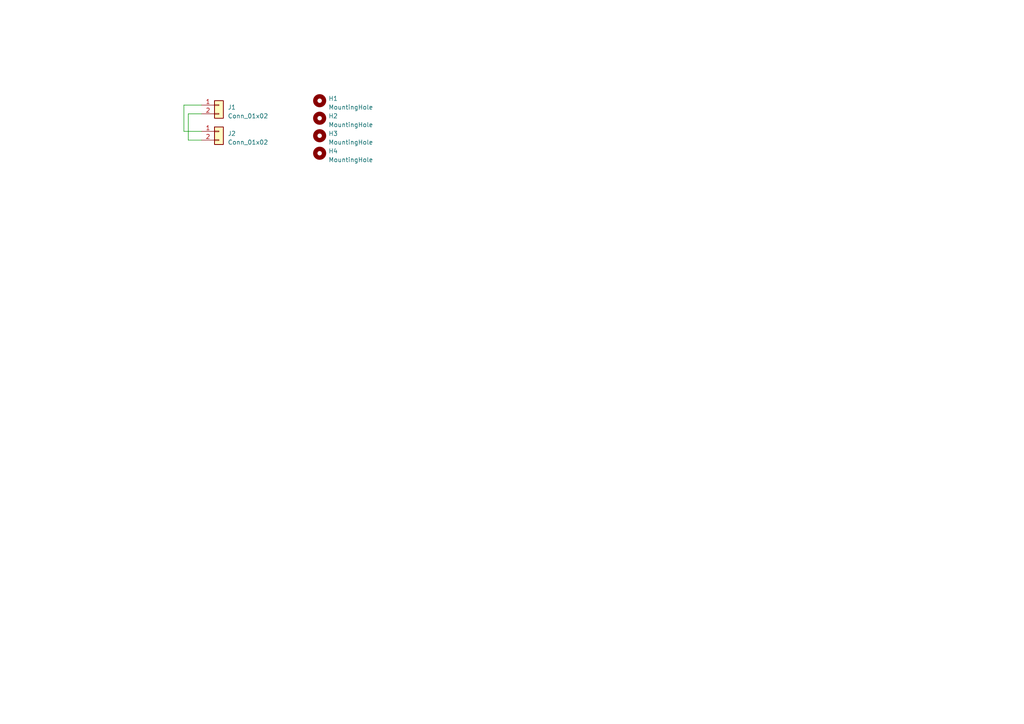
<source format=kicad_sch>
(kicad_sch (version 20230121) (generator eeschema)
  (paper "A4")
  (lib_symbols
    (symbol "Connector_Generic:Conn_01x02" (pin_names (offset 1.016) hide)
      (property "Reference" "J" (at 0 2.54 0))
      (property "Value" "Conn_01x02" (at 0 -5.08 0))
      (symbol "Conn_01x02_1_1"
        (rectangle (start -1.27 -2.413) (end 0 -2.667) (stroke (width 0.1524)))
        (rectangle (start -1.27 0.127) (end 0 -0.127) (stroke (width 0.1524)))
        (rectangle (start -1.27 1.27) (end 1.27 -3.81) (stroke (width 0.254)) (fill (type background)))
        (pin passive line (at -5.08 0 0) (length 3.81) (name "Pin_1") (number "1"))
        (pin passive line (at -5.08 -2.54 0) (length 3.81) (name "Pin_2") (number "2"))
      )
    )
    (symbol "Mechanical:MountingHole" (pin_names (offset 1.016))
      (property "Reference" "H" (at 0 5.08 0))
      (property "Value" "MountingHole" (at 0 3.175 0))
      (symbol "MountingHole_0_1"
        (circle (center 0 0) (radius 1.27) (stroke (width 1.27)))
      )
    )
  )
  (wire (pts (xy 58.42 30.48) (xy 53.34 30.48)))
  (wire (pts (xy 53.34 30.48) (xy 53.34 38.1)))
  (wire (pts (xy 58.42 33.02) (xy 54.61 33.02)))
  (wire (pts (xy 53.34 38.1) (xy 58.42 38.1)))
  (wire (pts (xy 54.61 40.64) (xy 58.42 40.64)))
  (wire (pts (xy 54.61 33.02) (xy 54.61 40.64)))
  (symbol (lib_id "Connector_Generic:Conn_01x02") (at 63.5 30.48 0) (unit 1)
    (property "Reference" "J1" (at 66.04 31.115 0) (effects (justify left)))
    (property "Value" "Conn_01x02" (at 66.04 33.655 0) (effects (justify left)))
    (property "Footprint" "libs:capacitive pads_45x45" (effects hide))
  )
  (symbol (lib_id "Mechanical:MountingHole") (at 92.71 29.21 0) (unit 1)
    (property "Reference" "H1" (at 95.25 28.575 0) (effects (justify left)))
    (property "Value" "MountingHole" (at 95.25 31.115 0) (effects (justify left)))
    (property "Footprint" "MountingHole:MountingHole_2.2mm_M2" (effects hide))
  )
  (symbol (lib_id "Mechanical:MountingHole") (at 92.71 34.29 0) (unit 1)
    (property "Reference" "H2" (at 95.25 33.655 0) (effects (justify left)))
    (property "Value" "MountingHole" (at 95.25 36.195 0) (effects (justify left)))
    (property "Footprint" "MountingHole:MountingHole_2.2mm_M2" (effects hide))
  )
  (symbol (lib_id "Mechanical:MountingHole") (at 92.71 39.37 0) (unit 1)
    (property "Reference" "H3" (at 95.25 38.735 0) (effects (justify left)))
    (property "Value" "MountingHole" (at 95.25 41.275 0) (effects (justify left)))
    (property "Footprint" "MountingHole:MountingHole_2.2mm_M2" (effects hide))
  )
  (symbol (lib_id "Mechanical:MountingHole") (at 92.71 44.45 0) (unit 1)
    (property "Reference" "H4" (at 95.25 43.815 0) (effects (justify left)))
    (property "Value" "MountingHole" (at 95.25 46.355 0) (effects (justify left)))
    (property "Footprint" "MountingHole:MountingHole_2.2mm_M2" (effects hide))
  )
  (symbol (lib_id "Connector_Generic:Conn_01x02") (at 63.5 38.1 0) (unit 1)
    (property "Reference" "J2" (at 66.04 38.735 0) (effects (justify left)))
    (property "Value" "Conn_01x02" (at 66.04 41.275 0) (effects (justify left)))
    (property "Footprint" "libs:PinHeader_1x02_P2.54mm_Vertical" (effects hide))
  )
)
</source>
